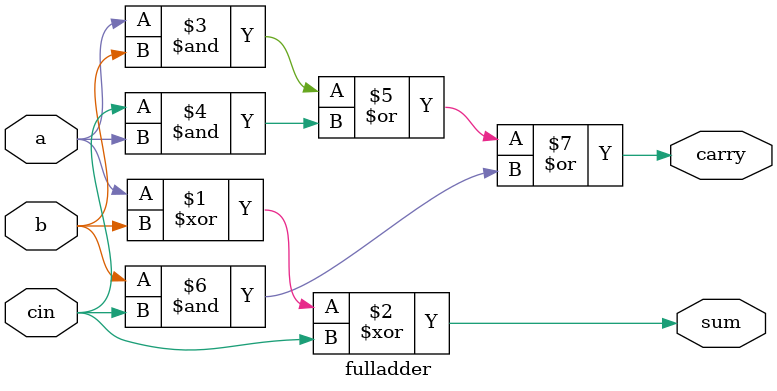
<source format=v>
module fulladder (a,b,cin,sum,carry);
input a,b; 
input cin;
output sum, carry;
	assign sum =(a ^ b ^cin );
	assign carry = (a & b)|(cin & a)|(b & cin);

endmodule
</source>
